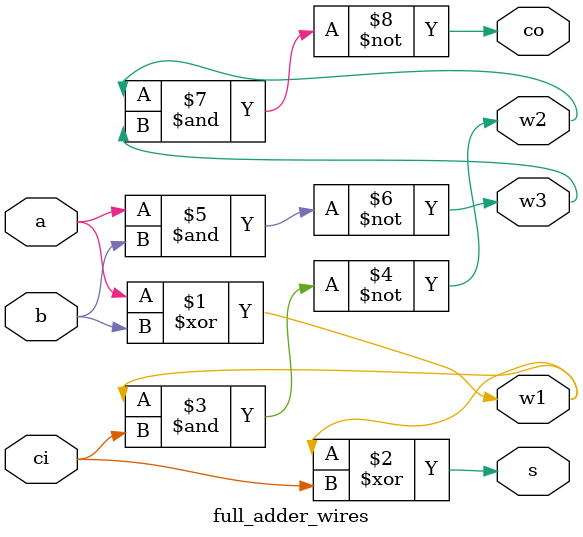
<source format=v>
module full_adder_wires(
  input a,b,ci,
  output s, co, w1, w2, w3);

// wire w1, w2, w3;
//
// The "wire" declaration above was commented out because
// these wires were moved to the "output" portlist. This 
// technique is useful to make w1, w2, w3 visible for 
// debuggin at the testbench level 
//
 
xor   x1(w1, a, b);
xor   x2(s, w1, ci);
nand  n1(w2, w1, ci);
nand  n2(w3, a, b);
nand  n3(co, w2, w3);

endmodule

</source>
